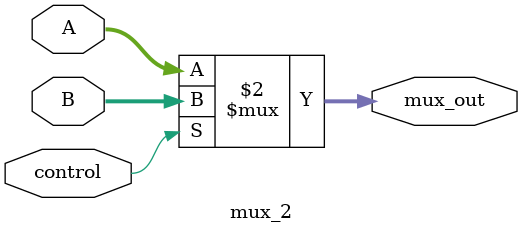
<source format=v>
module mux_2 #(
    parameter MUX_DATA_WIDTH = 32
)(
    input [MUX_DATA_WIDTH-1:0] A,
    input [MUX_DATA_WIDTH-1:0] B,
    input control,
    output [MUX_DATA_WIDTH-1:0] mux_out
);
assign mux_out = (~control) ? A : B;

endmodule
</source>
